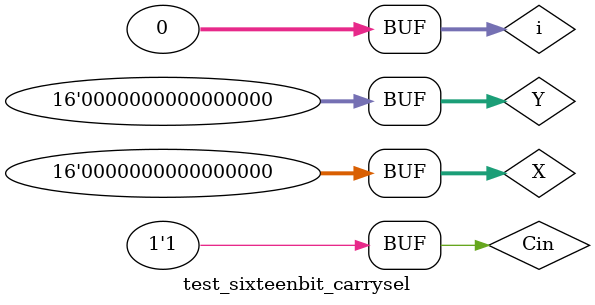
<source format=v>
`timescale 1ns / 1ps


module test_sixteenbit_carrysel;

	// Inputs
	reg [15:0] X;
	reg [15:0] Y;
	reg Cin;

	integer i;
	
	// Outputs
	wire [15:0] Sum;
	wire Cout;

	// Instantiate the Unit Under Test (UUT)
	sixteenbit_carrysel uut (
		.X(X), 
		.Y(Y), 
		.Cin(Cin), 
		.Sum(Sum), 
		.Cout(Cout)
	);

	initial begin
		$display("16-bit Carry Select Simulation has Started..");
		
		// Initialize Inputs
		X = 0;
		Y = 0;
		Cin = 0;

		// Wait 100 ns for global reset to finish
		#100;
        
		// Add stimulus here
		$display("X	Y	Cin	Cout	Sum");
		
		// NOTE: Both of the loops below are unreasonably large. To 
		//			simulate the correct addition of these #s,just change 
		// 		the conditional statement in the loops.
		// 		I just wanted to show that I conceptually understood
		//			the testing process for a 16-bit adder.
		
		// Test the addition of X and Y assuming the Cin is 0.
		Cin = 0;
		for(i = 0; i < 2**32; i = i+1)
		begin
			{X, Y} = i;
			#10
			
			if ({Cout, Sum} != (X+Y+Cin))
			begin
				$display("Error When Adding:");
				$display("%d	%d	%d	%d	%d", X, Y, Cin, Cout, Sum);
			end
		end
		
		// Test the addition of X and Y assuming Cin is 1.
		Cin = 1;
		for(i = 0; i < 2**32; i = i+1)
		begin
			{X, Y} = i;
			#10
			
			if ({Cout, Sum} != (X+Y+Cin))
			begin
				$display("Error When Adding:");
				$display("%d	%d	%d	%d	%d", X, Y, Cin, Cout, Sum);
			end
		end
		
		$display("16-bit Carry Select Simulation has Ended..");
		$display("If no decimal output was displayed, then there weren't any errors.");
	end
      
endmodule


</source>
